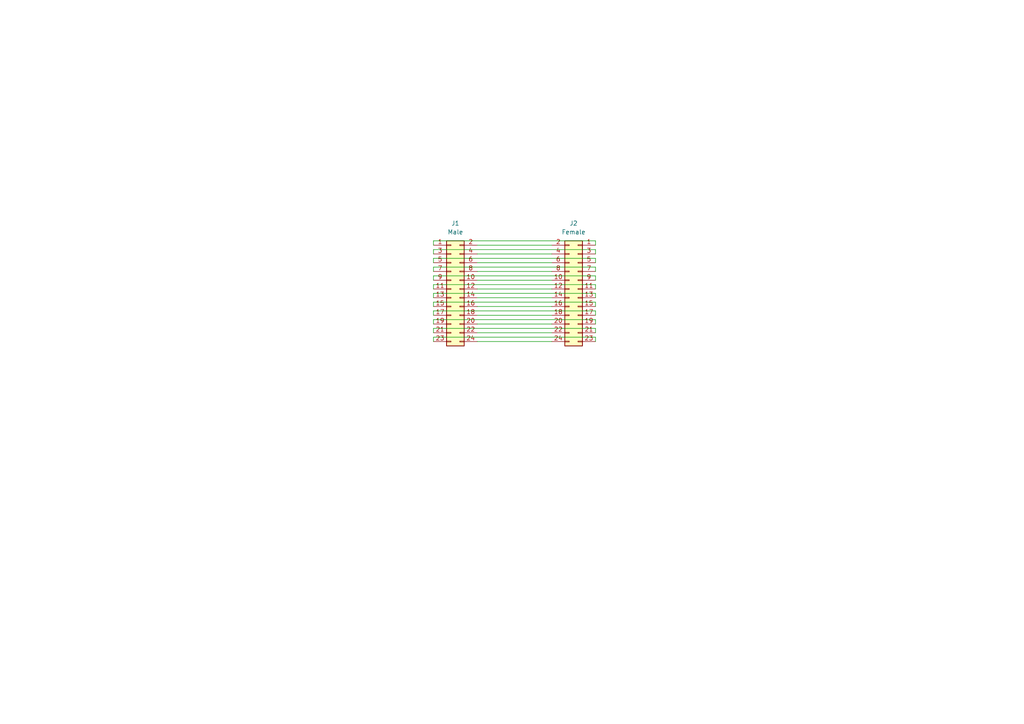
<source format=kicad_sch>
(kicad_sch (version 20230121) (generator eeschema)
  (paper "A4")
  (lib_symbols
    (symbol "Connector_Generic:Conn_02x12_Odd_Even" (pin_names (offset 1.016) hide)
      (property "Reference" "J" (at 1.27 15.24 0))
      (property "Value" "Conn_02x12_Odd_Even" (at 1.27 -17.78 0))
      (symbol "Conn_02x12_Odd_Even_1_1"
        (rectangle (start -1.27 -15.113) (end 0 -15.367) (stroke (width 0.1524)))
        (rectangle (start -1.27 -12.573) (end 0 -12.827) (stroke (width 0.1524)))
        (rectangle (start -1.27 -10.033) (end 0 -10.287) (stroke (width 0.1524)))
        (rectangle (start -1.27 -7.493) (end 0 -7.747) (stroke (width 0.1524)))
        (rectangle (start -1.27 -4.953) (end 0 -5.207) (stroke (width 0.1524)))
        (rectangle (start -1.27 -2.413) (end 0 -2.667) (stroke (width 0.1524)))
        (rectangle (start -1.27 0.127) (end 0 -0.127) (stroke (width 0.1524)))
        (rectangle (start -1.27 2.667) (end 0 2.413) (stroke (width 0.1524)))
        (rectangle (start -1.27 5.207) (end 0 4.953) (stroke (width 0.1524)))
        (rectangle (start -1.27 7.747) (end 0 7.493) (stroke (width 0.1524)))
        (rectangle (start -1.27 10.287) (end 0 10.033) (stroke (width 0.1524)))
        (rectangle (start -1.27 12.827) (end 0 12.573) (stroke (width 0.1524)))
        (rectangle (start -1.27 13.97) (end 3.81 -16.51) (stroke (width 0.254)) (fill (type background)))
        (rectangle (start 3.81 -15.113) (end 2.54 -15.367) (stroke (width 0.1524)))
        (rectangle (start 3.81 -12.573) (end 2.54 -12.827) (stroke (width 0.1524)))
        (rectangle (start 3.81 -10.033) (end 2.54 -10.287) (stroke (width 0.1524)))
        (rectangle (start 3.81 -7.493) (end 2.54 -7.747) (stroke (width 0.1524)))
        (rectangle (start 3.81 -4.953) (end 2.54 -5.207) (stroke (width 0.1524)))
        (rectangle (start 3.81 -2.413) (end 2.54 -2.667) (stroke (width 0.1524)))
        (rectangle (start 3.81 0.127) (end 2.54 -0.127) (stroke (width 0.1524)))
        (rectangle (start 3.81 2.667) (end 2.54 2.413) (stroke (width 0.1524)))
        (rectangle (start 3.81 5.207) (end 2.54 4.953) (stroke (width 0.1524)))
        (rectangle (start 3.81 7.747) (end 2.54 7.493) (stroke (width 0.1524)))
        (rectangle (start 3.81 10.287) (end 2.54 10.033) (stroke (width 0.1524)))
        (rectangle (start 3.81 12.827) (end 2.54 12.573) (stroke (width 0.1524)))
        (pin passive line (at -5.08 12.7 0) (length 3.81) (name "Pin_1") (number "1"))
        (pin passive line (at 7.62 2.54 180) (length 3.81) (name "Pin_10") (number "10"))
        (pin passive line (at -5.08 0 0) (length 3.81) (name "Pin_11") (number "11"))
        (pin passive line (at 7.62 0 180) (length 3.81) (name "Pin_12") (number "12"))
        (pin passive line (at -5.08 -2.54 0) (length 3.81) (name "Pin_13") (number "13"))
        (pin passive line (at 7.62 -2.54 180) (length 3.81) (name "Pin_14") (number "14"))
        (pin passive line (at -5.08 -5.08 0) (length 3.81) (name "Pin_15") (number "15"))
        (pin passive line (at 7.62 -5.08 180) (length 3.81) (name "Pin_16") (number "16"))
        (pin passive line (at -5.08 -7.62 0) (length 3.81) (name "Pin_17") (number "17"))
        (pin passive line (at 7.62 -7.62 180) (length 3.81) (name "Pin_18") (number "18"))
        (pin passive line (at -5.08 -10.16 0) (length 3.81) (name "Pin_19") (number "19"))
        (pin passive line (at 7.62 12.7 180) (length 3.81) (name "Pin_2") (number "2"))
        (pin passive line (at 7.62 -10.16 180) (length 3.81) (name "Pin_20") (number "20"))
        (pin passive line (at -5.08 -12.7 0) (length 3.81) (name "Pin_21") (number "21"))
        (pin passive line (at 7.62 -12.7 180) (length 3.81) (name "Pin_22") (number "22"))
        (pin passive line (at -5.08 -15.24 0) (length 3.81) (name "Pin_23") (number "23"))
        (pin passive line (at 7.62 -15.24 180) (length 3.81) (name "Pin_24") (number "24"))
        (pin passive line (at -5.08 10.16 0) (length 3.81) (name "Pin_3") (number "3"))
        (pin passive line (at 7.62 10.16 180) (length 3.81) (name "Pin_4") (number "4"))
        (pin passive line (at -5.08 7.62 0) (length 3.81) (name "Pin_5") (number "5"))
        (pin passive line (at 7.62 7.62 180) (length 3.81) (name "Pin_6") (number "6"))
        (pin passive line (at -5.08 5.08 0) (length 3.81) (name "Pin_7") (number "7"))
        (pin passive line (at 7.62 5.08 180) (length 3.81) (name "Pin_8") (number "8"))
        (pin passive line (at -5.08 2.54 0) (length 3.81) (name "Pin_9") (number "9"))
      )
    )
  )
  (wire (pts (xy 172.72 80.01) (xy 125.73 80.01)))
  (wire (pts (xy 172.72 96.52) (xy 172.72 95.25)))
  (wire (pts (xy 138.43 81.28) (xy 160.02 81.28)))
  (wire (pts (xy 172.72 76.2) (xy 172.72 74.93)))
  (wire (pts (xy 138.43 88.9) (xy 160.02 88.9)))
  (wire (pts (xy 172.72 92.71) (xy 125.73 92.71)))
  (wire (pts (xy 172.72 82.55) (xy 125.73 82.55)))
  (wire (pts (xy 125.73 90.17) (xy 125.73 91.44)))
  (wire (pts (xy 172.72 81.28) (xy 172.72 80.01)))
  (wire (pts (xy 172.72 99.06) (xy 172.72 97.79)))
  (wire (pts (xy 125.73 92.71) (xy 125.73 93.98)))
  (wire (pts (xy 172.72 74.93) (xy 125.73 74.93)))
  (wire (pts (xy 125.73 72.39) (xy 125.73 73.66)))
  (wire (pts (xy 172.72 71.12) (xy 172.72 69.85)))
  (wire (pts (xy 172.72 72.39) (xy 125.73 72.39)))
  (wire (pts (xy 138.43 86.36) (xy 160.02 86.36)))
  (wire (pts (xy 138.43 99.06) (xy 160.02 99.06)))
  (wire (pts (xy 125.73 69.85) (xy 125.73 71.12)))
  (wire (pts (xy 138.43 93.98) (xy 160.02 93.98)))
  (wire (pts (xy 172.72 86.36) (xy 172.72 85.09)))
  (wire (pts (xy 125.73 82.55) (xy 125.73 83.82)))
  (wire (pts (xy 172.72 90.17) (xy 125.73 90.17)))
  (wire (pts (xy 172.72 69.85) (xy 125.73 69.85)))
  (wire (pts (xy 172.72 83.82) (xy 172.72 82.55)))
  (wire (pts (xy 172.72 73.66) (xy 172.72 72.39)))
  (wire (pts (xy 138.43 78.74) (xy 160.02 78.74)))
  (wire (pts (xy 172.72 97.79) (xy 125.73 97.79)))
  (wire (pts (xy 125.73 85.09) (xy 125.73 86.36)))
  (wire (pts (xy 138.43 76.2) (xy 160.02 76.2)))
  (wire (pts (xy 138.43 91.44) (xy 160.02 91.44)))
  (wire (pts (xy 172.72 88.9) (xy 172.72 87.63)))
  (wire (pts (xy 172.72 91.44) (xy 172.72 90.17)))
  (wire (pts (xy 138.43 71.12) (xy 160.02 71.12)))
  (wire (pts (xy 172.72 77.47) (xy 125.73 77.47)))
  (wire (pts (xy 125.73 80.01) (xy 125.73 81.28)))
  (wire (pts (xy 125.73 95.25) (xy 125.73 96.52)))
  (wire (pts (xy 125.73 97.79) (xy 125.73 99.06)))
  (wire (pts (xy 172.72 78.74) (xy 172.72 77.47)))
  (wire (pts (xy 138.43 73.66) (xy 160.02 73.66)))
  (wire (pts (xy 172.72 87.63) (xy 125.73 87.63)))
  (wire (pts (xy 125.73 74.93) (xy 125.73 76.2)))
  (wire (pts (xy 172.72 95.25) (xy 125.73 95.25)))
  (wire (pts (xy 138.43 83.82) (xy 160.02 83.82)))
  (wire (pts (xy 172.72 85.09) (xy 125.73 85.09)))
  (wire (pts (xy 125.73 77.47) (xy 125.73 78.74)))
  (wire (pts (xy 125.73 87.63) (xy 125.73 88.9)))
  (wire (pts (xy 172.72 93.98) (xy 172.72 92.71)))
  (wire (pts (xy 138.43 96.52) (xy 160.02 96.52)))
  (symbol (lib_id "Connector_Generic:Conn_02x12_Odd_Even") (at 130.81 83.82 0) (unit 1)
    (property "Reference" "J1" (at 132.08 64.77 0))
    (property "Value" "Male" (at 132.08 67.31 0))
    (property "Footprint" "Connector_PinHeader_2.54mm:PinHeader_2x12_P2.54mm_Horizontal" (effects hide))
    (property "Datasheet" "https://datasheet.lcsc.com/lcsc/2306091006_HCTL-PM254-2-12-W-8-5_C2897432.pdf" (effects hide))
    (property "LCSC" "C2897432" (effects hide))
  )
  (symbol (lib_id "Connector_Generic:Conn_02x12_Odd_Even") (at 167.64 83.82 0) (mirror y) (unit 1)
    (property "Reference" "J2" (at 166.37 64.77 0))
    (property "Value" "Female" (at 166.37 67.31 0))
    (property "Footprint" "Connector_PinSocket_2.54mm:PinSocket_2x12_P2.54mm_Horizontal" (effects hide))
    (property "Datasheet" "https://datasheet.lcsc.com/lcsc/2306091006_HCTL-PZ254-2-12-W-8-5_C2894992.pdf" (effects hide))
    (property "LCSC" "C2894992" (effects hide))
  )
)
</source>
